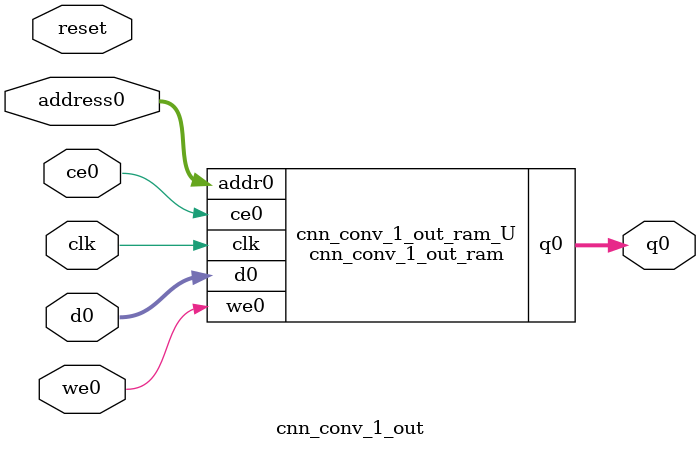
<source format=v>
`timescale 1 ns / 1 ps
module cnn_conv_1_out_ram (addr0, ce0, d0, we0, q0,  clk);

parameter DWIDTH = 32;
parameter AWIDTH = 15;
parameter MEM_SIZE = 21632;

input[AWIDTH-1:0] addr0;
input ce0;
input[DWIDTH-1:0] d0;
input we0;
output reg[DWIDTH-1:0] q0;
input clk;

(* ram_style = "block" *)reg [DWIDTH-1:0] ram[0:MEM_SIZE-1];




always @(posedge clk)  
begin 
    if (ce0) 
    begin
        if (we0) 
        begin 
            ram[addr0] <= d0; 
        end 
        q0 <= ram[addr0];
    end
end


endmodule

`timescale 1 ns / 1 ps
module cnn_conv_1_out(
    reset,
    clk,
    address0,
    ce0,
    we0,
    d0,
    q0);

parameter DataWidth = 32'd32;
parameter AddressRange = 32'd21632;
parameter AddressWidth = 32'd15;
input reset;
input clk;
input[AddressWidth - 1:0] address0;
input ce0;
input we0;
input[DataWidth - 1:0] d0;
output[DataWidth - 1:0] q0;



cnn_conv_1_out_ram cnn_conv_1_out_ram_U(
    .clk( clk ),
    .addr0( address0 ),
    .ce0( ce0 ),
    .we0( we0 ),
    .d0( d0 ),
    .q0( q0 ));

endmodule


</source>
